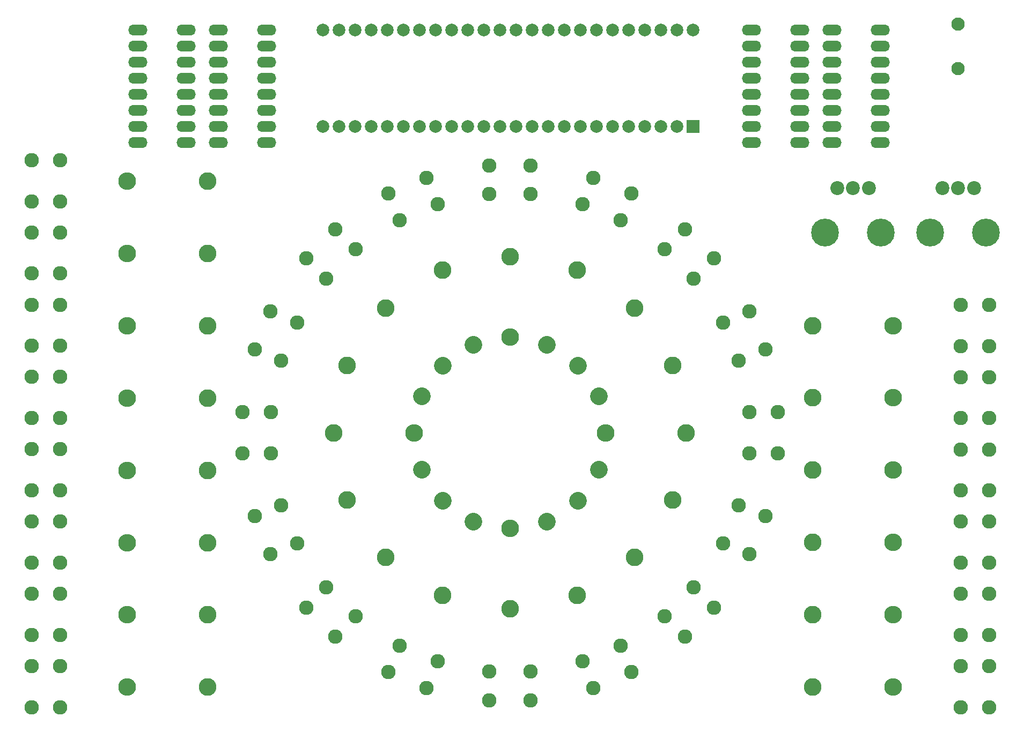
<source format=gbs>
G04 #@! TF.FileFunction,Soldermask,Bot*
%FSLAX46Y46*%
G04 Gerber Fmt 4.6, Leading zero omitted, Abs format (unit mm)*
G04 Created by KiCad (PCBNEW 4.0.6) date Thursday, 11. October 2018 'u59' 14:59:12*
%MOMM*%
%LPD*%
G01*
G04 APERTURE LIST*
%ADD10C,0.100000*%
%ADD11O,3.041600X1.720800*%
%ADD12C,2.000000*%
%ADD13R,2.000000X2.000000*%
%ADD14C,2.200000*%
%ADD15C,4.400000*%
%ADD16C,2.100000*%
%ADD17C,2.279600*%
%ADD18C,2.800000*%
%ADD19O,2.800000X2.800000*%
%ADD20C,2.800000*%
G04 APERTURE END LIST*
D10*
D11*
X191511200Y-40182800D03*
X191511200Y-42722800D03*
X191511200Y-45262800D03*
X191511200Y-47802800D03*
X191511200Y-50342800D03*
X191511200Y-52882800D03*
X191511200Y-55422800D03*
X191511200Y-57962800D03*
X183891200Y-57962800D03*
X183891200Y-55422800D03*
X183891200Y-52882800D03*
X183891200Y-50342800D03*
X183891200Y-47802800D03*
X183891200Y-45262800D03*
X183891200Y-42722800D03*
X183891200Y-40182800D03*
D12*
X134061200Y-55422800D03*
X131521200Y-55422800D03*
X128981200Y-55422800D03*
X126441200Y-55422800D03*
X136601200Y-55422800D03*
X139141200Y-55422800D03*
X141681200Y-55422800D03*
X123901200Y-55422800D03*
X121361200Y-55422800D03*
X118821200Y-55422800D03*
X116281200Y-55422800D03*
X116281200Y-40182800D03*
X118821200Y-40182800D03*
X121361200Y-40182800D03*
X123901200Y-40182800D03*
X126441200Y-40182800D03*
X128981200Y-40182800D03*
X131521200Y-40182800D03*
X134061200Y-40182800D03*
X144221200Y-55422800D03*
X146761200Y-55422800D03*
X149301200Y-55422800D03*
X151841200Y-55422800D03*
X154381200Y-55422800D03*
X156921200Y-55422800D03*
X159461200Y-55422800D03*
X162001200Y-55422800D03*
X164541200Y-55422800D03*
X167081200Y-55422800D03*
X169621200Y-55422800D03*
X172161200Y-55422800D03*
D13*
X174701200Y-55422800D03*
D12*
X136601200Y-40182800D03*
X139141200Y-40182800D03*
X141681200Y-40182800D03*
X144221200Y-40182800D03*
X146761200Y-40182800D03*
X149301200Y-40182800D03*
X151841200Y-40182800D03*
X154381200Y-40182800D03*
X156921200Y-40182800D03*
X159461200Y-40182800D03*
X162001200Y-40182800D03*
X164541200Y-40182800D03*
X167081200Y-40182800D03*
X169621200Y-40182800D03*
X172161200Y-40182800D03*
X174701200Y-40182800D03*
D14*
X202429200Y-65186800D03*
X199929200Y-65186800D03*
X197429200Y-65186800D03*
D15*
X204329200Y-72186800D03*
X195529200Y-72186800D03*
D11*
X204211200Y-40182800D03*
X204211200Y-42722800D03*
X204211200Y-45262800D03*
X204211200Y-47802800D03*
X204211200Y-50342800D03*
X204211200Y-52882800D03*
X204211200Y-55422800D03*
X204211200Y-57962800D03*
X196591200Y-57962800D03*
X196591200Y-55422800D03*
X196591200Y-52882800D03*
X196591200Y-50342800D03*
X196591200Y-47802800D03*
X196591200Y-45262800D03*
X196591200Y-42722800D03*
X196591200Y-40182800D03*
X107391200Y-40182800D03*
X107391200Y-42722800D03*
X107391200Y-45262800D03*
X107391200Y-47802800D03*
X107391200Y-50342800D03*
X107391200Y-52882800D03*
X107391200Y-55422800D03*
X107391200Y-57962800D03*
X99771200Y-57962800D03*
X99771200Y-55422800D03*
X99771200Y-52882800D03*
X99771200Y-50342800D03*
X99771200Y-47802800D03*
X99771200Y-45262800D03*
X99771200Y-42722800D03*
X99771200Y-40182800D03*
D16*
X216484200Y-39293800D03*
X216484200Y-46293800D03*
D11*
X94691200Y-40182800D03*
X94691200Y-42722800D03*
X94691200Y-45262800D03*
X94691200Y-47802800D03*
X94691200Y-50342800D03*
X94691200Y-52882800D03*
X94691200Y-55422800D03*
X94691200Y-57962800D03*
X87071200Y-57962800D03*
X87071200Y-55422800D03*
X87071200Y-52882800D03*
X87071200Y-50342800D03*
X87071200Y-47802800D03*
X87071200Y-45262800D03*
X87071200Y-42722800D03*
X87071200Y-40182800D03*
D17*
X142544800Y-141605000D03*
X149047200Y-141605000D03*
X142544800Y-146126200D03*
X149047200Y-146126200D03*
X157234526Y-139976439D03*
X163241960Y-137488079D03*
X158964714Y-144153483D03*
X164972148Y-141665123D03*
X170182840Y-132850331D03*
X174780731Y-128252440D03*
X173379811Y-136047302D03*
X177977702Y-131449411D03*
X179418479Y-121311560D03*
X181906839Y-115304126D03*
X183595523Y-123041748D03*
X186083883Y-117034314D03*
X183535400Y-107116800D03*
X183535400Y-100614400D03*
X188056600Y-107116800D03*
X188056600Y-100614400D03*
X181906839Y-92427074D03*
X179418479Y-86419640D03*
X186083883Y-90696886D03*
X183595523Y-84689452D03*
X174780731Y-79478760D03*
X170182840Y-74880869D03*
X177977702Y-76281789D03*
X173379811Y-71683898D03*
X163241960Y-70243121D03*
X157234526Y-67754761D03*
X164972148Y-66066077D03*
X158964714Y-63577717D03*
X149047200Y-66126200D03*
X142544800Y-66126200D03*
X149047200Y-61605000D03*
X142544800Y-61605000D03*
X134357474Y-67754761D03*
X128350040Y-70243121D03*
X132627286Y-63577717D03*
X126619852Y-66066077D03*
X121409160Y-74880869D03*
X116811269Y-79478760D03*
X118212189Y-71683898D03*
X113614298Y-76281789D03*
X112173521Y-86419640D03*
X109685161Y-92427074D03*
X107996477Y-84689452D03*
X105508117Y-90696886D03*
X108056600Y-100614400D03*
X108056600Y-107116800D03*
X103535400Y-100614400D03*
X103535400Y-107116800D03*
X109685161Y-115304126D03*
X112173521Y-121311560D03*
X105508117Y-117034314D03*
X107996477Y-123041748D03*
X116811269Y-128252440D03*
X121409160Y-132850331D03*
X113614298Y-131449411D03*
X118212189Y-136047302D03*
X128350040Y-137488079D03*
X134357474Y-139976439D03*
X126619852Y-141665123D03*
X132627286Y-144153483D03*
X74808080Y-60777120D03*
X74808080Y-67279520D03*
X70286880Y-60777120D03*
X70286880Y-67279520D03*
X74808080Y-72197120D03*
X74808080Y-78699520D03*
X70286880Y-72197120D03*
X70286880Y-78699520D03*
X74808080Y-83617120D03*
X74808080Y-90119520D03*
X70286880Y-83617120D03*
X70286880Y-90119520D03*
X74808080Y-95037120D03*
X74808080Y-101539520D03*
X70286880Y-95037120D03*
X70286880Y-101539520D03*
X74808080Y-106457120D03*
X74808080Y-112959520D03*
X70286880Y-106457120D03*
X70286880Y-112959520D03*
X74808080Y-117877120D03*
X74808080Y-124379520D03*
X70286880Y-117877120D03*
X70286880Y-124379520D03*
X74808080Y-129297120D03*
X74808080Y-135799520D03*
X70286880Y-129297120D03*
X70286880Y-135799520D03*
X74808080Y-140717120D03*
X74808080Y-147219520D03*
X70286880Y-140717120D03*
X70286880Y-147219520D03*
X216910920Y-90139520D03*
X216910920Y-83637120D03*
X221432120Y-90139520D03*
X221432120Y-83637120D03*
X216910920Y-101559520D03*
X216910920Y-95057120D03*
X221432120Y-101559520D03*
X221432120Y-95057120D03*
X216910920Y-112979520D03*
X216910920Y-106477120D03*
X221432120Y-112979520D03*
X221432120Y-106477120D03*
X216910920Y-124399520D03*
X216910920Y-117897120D03*
X221432120Y-124399520D03*
X221432120Y-117897120D03*
X216910920Y-135819520D03*
X216910920Y-129317120D03*
X221432120Y-135819520D03*
X221432120Y-129317120D03*
X216910920Y-147239520D03*
X216910920Y-140737120D03*
X221432120Y-147239520D03*
X221432120Y-140737120D03*
D18*
X145796000Y-76057600D03*
D19*
X145796000Y-88757600D03*
D18*
X156437661Y-78174358D03*
D20*
X151577581Y-89907628D02*
X151577581Y-89907628D01*
D18*
X165459225Y-84202375D03*
D20*
X156478969Y-93182631D02*
X156478969Y-93182631D01*
D18*
X171487242Y-93223939D03*
D20*
X159753972Y-98084019D02*
X159753972Y-98084019D01*
D18*
X173604000Y-103865600D03*
D19*
X160904000Y-103865600D03*
D18*
X171487242Y-114507261D03*
D20*
X159753972Y-109647181D02*
X159753972Y-109647181D01*
D18*
X165459225Y-123528825D03*
D20*
X156478969Y-114548569D02*
X156478969Y-114548569D01*
D18*
X156437661Y-129556842D03*
D20*
X151577581Y-117823572D02*
X151577581Y-117823572D01*
D18*
X145796000Y-131673600D03*
D19*
X145796000Y-118973600D03*
D18*
X135154339Y-129556842D03*
D20*
X140014419Y-117823572D02*
X140014419Y-117823572D01*
D18*
X126132775Y-123528825D03*
D20*
X135113031Y-114548569D02*
X135113031Y-114548569D01*
D18*
X120104758Y-114507261D03*
D20*
X131838028Y-109647181D02*
X131838028Y-109647181D01*
D18*
X117988000Y-103865600D03*
D19*
X130688000Y-103865600D03*
D18*
X120104758Y-93223939D03*
D20*
X131838028Y-98084019D02*
X131838028Y-98084019D01*
D18*
X126132775Y-84202375D03*
D20*
X135113031Y-93182631D02*
X135113031Y-93182631D01*
D18*
X135154339Y-78174358D03*
D20*
X140014419Y-89907628D02*
X140014419Y-89907628D01*
D18*
X98044000Y-64109600D03*
D19*
X85344000Y-64109600D03*
D18*
X98044000Y-75529600D03*
D19*
X85344000Y-75529600D03*
D18*
X98044000Y-86949600D03*
D19*
X85344000Y-86949600D03*
D18*
X98044000Y-98369600D03*
D19*
X85344000Y-98369600D03*
D18*
X98044000Y-109789600D03*
D19*
X85344000Y-109789600D03*
D18*
X98044000Y-121209600D03*
D19*
X85344000Y-121209600D03*
D18*
X98044000Y-132629600D03*
D19*
X85344000Y-132629600D03*
D18*
X98044000Y-144049600D03*
D19*
X85344000Y-144049600D03*
D18*
X193548000Y-144018800D03*
D19*
X206248000Y-144018800D03*
D18*
X193548000Y-132598800D03*
D19*
X206248000Y-132598800D03*
D18*
X193548000Y-121178800D03*
D19*
X206248000Y-121178800D03*
D18*
X193548000Y-109758800D03*
D19*
X206248000Y-109758800D03*
D18*
X193548000Y-98338800D03*
D19*
X206248000Y-98338800D03*
D18*
X193548000Y-86918800D03*
D19*
X206248000Y-86918800D03*
D14*
X219029200Y-65186800D03*
X216529200Y-65186800D03*
X214029200Y-65186800D03*
D15*
X220929200Y-72186800D03*
X212129200Y-72186800D03*
M02*

</source>
